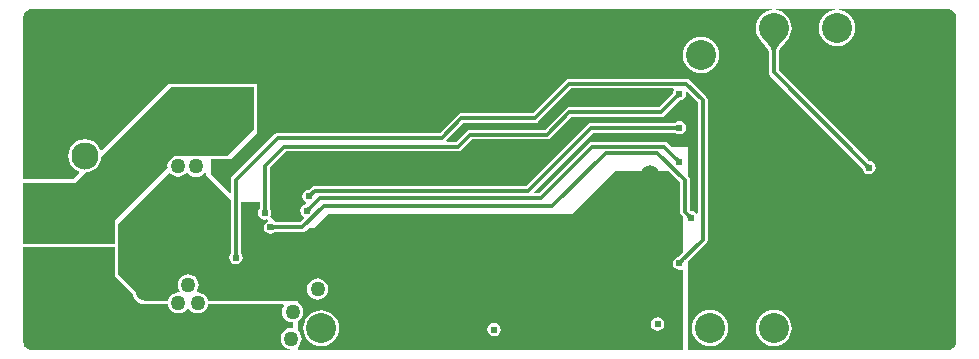
<source format=gbl>
G04*
G04 #@! TF.GenerationSoftware,Altium Limited,Altium Designer,19.1.9 (167)*
G04*
G04 Layer_Physical_Order=4*
G04 Layer_Color=16711680*
%FSAX25Y25*%
%MOIN*%
G70*
G01*
G75*
%ADD45C,0.01200*%
%ADD49C,0.10000*%
%ADD50C,0.09055*%
%ADD51C,0.02400*%
%ADD52C,0.06000*%
%ADD53C,0.05000*%
G36*
X0310864Y0115847D02*
X0311403Y0115624D01*
X0311887Y0115300D01*
X0312300Y0114887D01*
X0312624Y0114402D01*
X0312847Y0113864D01*
X0312961Y0113292D01*
Y0113000D01*
Y0005000D01*
Y0004708D01*
X0312847Y0004136D01*
X0312624Y0003598D01*
X0312300Y0003112D01*
X0311887Y0002700D01*
X0311403Y0002376D01*
X0310864Y0002153D01*
X0310292Y0002039D01*
X0223500D01*
Y0031592D01*
X0229654Y0037746D01*
X0230007Y0038275D01*
X0230131Y0038899D01*
Y0085500D01*
X0230007Y0086124D01*
X0229654Y0086654D01*
X0224153Y0092154D01*
X0223624Y0092507D01*
X0223000Y0092631D01*
X0184000D01*
X0183376Y0092507D01*
X0182846Y0092154D01*
X0171824Y0081131D01*
X0148000D01*
X0147376Y0081007D01*
X0146846Y0080654D01*
X0140824Y0074631D01*
X0087000D01*
X0086376Y0074507D01*
X0085847Y0074154D01*
X0071746Y0060053D01*
X0071393Y0059524D01*
X0071269Y0058900D01*
Y0054815D01*
X0070807Y0054624D01*
X0064500Y0060931D01*
Y0066000D01*
X0071500D01*
X0080000Y0074500D01*
Y0091000D01*
X0050500D01*
X0028190Y0068690D01*
X0027700Y0068788D01*
X0027328Y0069685D01*
X0026442Y0070840D01*
X0025288Y0071726D01*
X0023943Y0072283D01*
X0022500Y0072473D01*
X0021057Y0072283D01*
X0019712Y0071726D01*
X0018558Y0070840D01*
X0017672Y0069685D01*
X0017115Y0068341D01*
X0016925Y0066898D01*
X0017115Y0065455D01*
X0017672Y0064110D01*
X0018558Y0062955D01*
X0019712Y0062069D01*
X0020610Y0061698D01*
X0020707Y0061207D01*
X0018750Y0059250D01*
X0002039D01*
Y0113000D01*
Y0113292D01*
X0002153Y0113864D01*
X0002376Y0114402D01*
X0002700Y0114887D01*
X0003113Y0115300D01*
X0003598Y0115624D01*
X0004136Y0115847D01*
X0004708Y0115961D01*
X0251450D01*
X0251475Y0115461D01*
X0250991Y0115413D01*
X0249859Y0115070D01*
X0248817Y0114513D01*
X0247903Y0113763D01*
X0247154Y0112849D01*
X0246597Y0111807D01*
X0246253Y0110676D01*
X0246138Y0109500D01*
X0246253Y0108324D01*
X0246597Y0107193D01*
X0247154Y0106150D01*
X0247903Y0105237D01*
X0247978Y0105175D01*
X0248476Y0104674D01*
X0249365Y0103683D01*
X0249705Y0103252D01*
X0249989Y0102849D01*
X0250212Y0102486D01*
X0250373Y0102167D01*
X0250477Y0101900D01*
X0250529Y0101689D01*
X0250535Y0101621D01*
Y0094696D01*
X0250659Y0094071D01*
X0251013Y0093542D01*
X0281617Y0062938D01*
X0281623Y0062931D01*
X0281637Y0062912D01*
X0281790Y0062142D01*
X0282276Y0061414D01*
X0283004Y0060928D01*
X0283862Y0060757D01*
X0284721Y0060928D01*
X0285448Y0061414D01*
X0285934Y0062142D01*
X0286105Y0063000D01*
X0285934Y0063858D01*
X0285448Y0064586D01*
X0284721Y0065072D01*
X0283951Y0065225D01*
X0283942Y0065232D01*
X0283913Y0065256D01*
X0253798Y0095371D01*
Y0101621D01*
X0253804Y0101689D01*
X0253856Y0101900D01*
X0253960Y0102167D01*
X0254122Y0102486D01*
X0254344Y0102849D01*
X0254615Y0103234D01*
X0255864Y0104681D01*
X0256355Y0105175D01*
X0256430Y0105237D01*
X0257180Y0106150D01*
X0257737Y0107193D01*
X0258080Y0108324D01*
X0258196Y0109500D01*
X0258080Y0110676D01*
X0257737Y0111807D01*
X0257180Y0112849D01*
X0256430Y0113763D01*
X0255516Y0114513D01*
X0254474Y0115070D01*
X0253343Y0115413D01*
X0252859Y0115461D01*
X0252883Y0115961D01*
X0272617D01*
X0272641Y0115461D01*
X0272157Y0115413D01*
X0271026Y0115070D01*
X0269984Y0114513D01*
X0269070Y0113763D01*
X0268320Y0112849D01*
X0267763Y0111807D01*
X0267420Y0110676D01*
X0267304Y0109500D01*
X0267420Y0108324D01*
X0267763Y0107193D01*
X0268320Y0106150D01*
X0269070Y0105237D01*
X0269984Y0104487D01*
X0271026Y0103930D01*
X0272157Y0103587D01*
X0273333Y0103471D01*
X0274510Y0103587D01*
X0275641Y0103930D01*
X0276683Y0104487D01*
X0277596Y0105237D01*
X0278346Y0106150D01*
X0278903Y0107193D01*
X0279246Y0108324D01*
X0279362Y0109500D01*
X0279246Y0110676D01*
X0278903Y0111807D01*
X0278346Y0112849D01*
X0277596Y0113763D01*
X0276683Y0114513D01*
X0275641Y0115070D01*
X0274510Y0115413D01*
X0274025Y0115461D01*
X0274050Y0115961D01*
X0310292D01*
X0310864Y0115847D01*
D02*
G37*
G36*
X0255116Y0105374D02*
X0253811Y0103862D01*
X0253492Y0103410D01*
X0253231Y0102983D01*
X0253028Y0102583D01*
X0252883Y0102208D01*
X0252796Y0101859D01*
X0252767Y0101536D01*
X0251567D01*
X0251538Y0101859D01*
X0251451Y0102208D01*
X0251306Y0102583D01*
X0251103Y0102983D01*
X0250842Y0103410D01*
X0250523Y0103862D01*
X0250146Y0104340D01*
X0249218Y0105374D01*
X0248667Y0105929D01*
X0255667D01*
X0255116Y0105374D01*
D02*
G37*
G36*
X0220689Y0086400D02*
X0220620Y0086396D01*
X0220549Y0086382D01*
X0220475Y0086359D01*
X0220398Y0086327D01*
X0220319Y0086285D01*
X0220237Y0086233D01*
X0220152Y0086172D01*
X0220064Y0086101D01*
X0219881Y0085932D01*
X0219033Y0086780D01*
X0219122Y0086873D01*
X0219273Y0087051D01*
X0219334Y0087136D01*
X0219386Y0087218D01*
X0219427Y0087297D01*
X0219460Y0087374D01*
X0219483Y0087448D01*
X0219497Y0087519D01*
X0219501Y0087588D01*
X0220689Y0086400D01*
D02*
G37*
G36*
X0219844Y0075460D02*
X0219793Y0075506D01*
X0219732Y0075546D01*
X0219664Y0075582D01*
X0219586Y0075614D01*
X0219501Y0075640D01*
X0219406Y0075662D01*
X0219303Y0075678D01*
X0219191Y0075690D01*
X0218942Y0075700D01*
Y0076900D01*
X0219071Y0076902D01*
X0219303Y0076922D01*
X0219406Y0076938D01*
X0219501Y0076960D01*
X0219586Y0076986D01*
X0219664Y0077018D01*
X0219732Y0077054D01*
X0219793Y0077094D01*
X0219844Y0077140D01*
Y0075460D01*
D02*
G37*
G36*
X0226869Y0084824D02*
Y0047765D01*
X0226369Y0047613D01*
X0226186Y0047886D01*
X0225458Y0048372D01*
X0224688Y0048526D01*
X0224679Y0048532D01*
X0224651Y0048556D01*
X0224231Y0048976D01*
Y0058800D01*
X0224107Y0059424D01*
X0223753Y0059953D01*
X0223500Y0060207D01*
Y0070000D01*
X0218008D01*
X0216854Y0071153D01*
X0216325Y0071507D01*
X0215701Y0071631D01*
X0191700D01*
X0191076Y0071507D01*
X0190547Y0071153D01*
X0173824Y0054431D01*
X0172392D01*
X0172200Y0054893D01*
X0191976Y0074669D01*
X0219157D01*
X0219166Y0074668D01*
X0219190Y0074664D01*
X0219842Y0074228D01*
X0220701Y0074057D01*
X0221559Y0074228D01*
X0222287Y0074714D01*
X0222773Y0075442D01*
X0222944Y0076300D01*
X0222773Y0077158D01*
X0222287Y0077886D01*
X0221559Y0078372D01*
X0220701Y0078543D01*
X0219842Y0078372D01*
X0219190Y0077936D01*
X0219179Y0077934D01*
X0219142Y0077931D01*
X0191300D01*
X0190676Y0077807D01*
X0190147Y0077454D01*
X0169524Y0056831D01*
X0099109D01*
X0098484Y0056707D01*
X0097955Y0056353D01*
X0097247Y0055645D01*
X0097239Y0055639D01*
X0097220Y0055625D01*
X0096450Y0055472D01*
X0095723Y0054986D01*
X0095236Y0054258D01*
X0095065Y0053400D01*
X0095236Y0052542D01*
X0095723Y0051814D01*
X0096176Y0051511D01*
X0096280Y0050914D01*
X0096124Y0050696D01*
X0095742Y0050619D01*
X0095014Y0050133D01*
X0094528Y0049406D01*
X0094357Y0048547D01*
X0094528Y0047689D01*
X0095014Y0046961D01*
X0095513Y0046627D01*
X0095621Y0046028D01*
X0094324Y0044731D01*
X0086269D01*
X0084326Y0046674D01*
X0084572Y0047042D01*
X0084743Y0047900D01*
X0084572Y0048758D01*
X0084215Y0049293D01*
Y0053000D01*
X0084131D01*
Y0062824D01*
X0089676Y0068369D01*
X0147000D01*
X0147624Y0068493D01*
X0148153Y0068846D01*
X0151676Y0072369D01*
X0176500D01*
X0177124Y0072493D01*
X0177654Y0072847D01*
X0184676Y0079869D01*
X0214601D01*
X0215225Y0079993D01*
X0215754Y0080347D01*
X0220762Y0085355D01*
X0220770Y0085361D01*
X0220789Y0085374D01*
X0221559Y0085528D01*
X0222287Y0086014D01*
X0222773Y0086742D01*
X0222944Y0087600D01*
X0222834Y0088152D01*
X0223295Y0088398D01*
X0226869Y0084824D01*
D02*
G37*
G36*
X0218903Y0088869D02*
X0218628Y0088458D01*
X0218475Y0087688D01*
X0218469Y0087679D01*
X0218445Y0087651D01*
X0213925Y0083131D01*
X0184000D01*
X0183376Y0083007D01*
X0182846Y0082653D01*
X0175824Y0075631D01*
X0151000D01*
X0150376Y0075507D01*
X0149846Y0075153D01*
X0146324Y0071631D01*
X0143146D01*
X0142938Y0072131D01*
X0148676Y0077869D01*
X0172500D01*
X0173124Y0077993D01*
X0173653Y0078347D01*
X0184676Y0089369D01*
X0218635D01*
X0218903Y0088869D01*
D02*
G37*
G36*
X0078980Y0075980D02*
X0070020Y0067020D01*
X0064500D01*
X0064402Y0067000D01*
X0054000D01*
X0053980Y0066980D01*
X0053600Y0067030D01*
X0052686Y0066910D01*
X0051835Y0066557D01*
X0051104Y0065996D01*
X0050543Y0065265D01*
X0050190Y0064414D01*
X0050070Y0063500D01*
X0050120Y0063120D01*
X0032500Y0045500D01*
Y0037520D01*
X0002039Y0037520D01*
Y0058000D01*
X0019500Y0058000D01*
X0022871Y0061371D01*
X0023943Y0061512D01*
X0025288Y0062069D01*
X0026442Y0062955D01*
X0027328Y0064110D01*
X0027885Y0065455D01*
X0028026Y0066526D01*
X0051480Y0089980D01*
X0078980D01*
Y0075980D01*
D02*
G37*
G36*
X0219974Y0066579D02*
X0220152Y0066428D01*
X0220237Y0066367D01*
X0220319Y0066315D01*
X0220398Y0066273D01*
X0220475Y0066241D01*
X0220549Y0066218D01*
X0220620Y0066204D01*
X0220689Y0066200D01*
X0219501Y0065012D01*
X0219497Y0065081D01*
X0219483Y0065152D01*
X0219460Y0065226D01*
X0219427Y0065302D01*
X0219386Y0065382D01*
X0219334Y0065464D01*
X0219273Y0065549D01*
X0219202Y0065636D01*
X0219033Y0065820D01*
X0219881Y0066668D01*
X0219974Y0066579D01*
D02*
G37*
G36*
X0283136Y0064579D02*
X0283313Y0064428D01*
X0283398Y0064367D01*
X0283480Y0064315D01*
X0283560Y0064273D01*
X0283636Y0064241D01*
X0283710Y0064218D01*
X0283782Y0064204D01*
X0283850Y0064200D01*
X0282662Y0063012D01*
X0282658Y0063081D01*
X0282645Y0063152D01*
X0282622Y0063226D01*
X0282589Y0063302D01*
X0282547Y0063382D01*
X0282495Y0063464D01*
X0282434Y0063549D01*
X0282364Y0063636D01*
X0282194Y0063820D01*
X0283043Y0064668D01*
X0283136Y0064579D01*
D02*
G37*
G36*
X0098977Y0054220D02*
X0098887Y0054127D01*
X0098737Y0053949D01*
X0098676Y0053864D01*
X0098624Y0053782D01*
X0098582Y0053702D01*
X0098549Y0053626D01*
X0098526Y0053552D01*
X0098513Y0053481D01*
X0098509Y0053412D01*
X0097321Y0054600D01*
X0097389Y0054604D01*
X0097461Y0054618D01*
X0097534Y0054641D01*
X0097611Y0054673D01*
X0097691Y0054715D01*
X0097773Y0054767D01*
X0097857Y0054828D01*
X0097945Y0054899D01*
X0098128Y0055068D01*
X0098977Y0054220D01*
D02*
G37*
G36*
X0098268Y0049367D02*
X0098179Y0049274D01*
X0098028Y0049096D01*
X0097967Y0049011D01*
X0097915Y0048929D01*
X0097873Y0048850D01*
X0097841Y0048773D01*
X0097818Y0048699D01*
X0097804Y0048628D01*
X0097800Y0048559D01*
X0096612Y0049747D01*
X0096681Y0049751D01*
X0096752Y0049765D01*
X0096826Y0049788D01*
X0096903Y0049820D01*
X0096982Y0049862D01*
X0097064Y0049914D01*
X0097149Y0049975D01*
X0097237Y0050046D01*
X0097420Y0050215D01*
X0098268Y0049367D01*
D02*
G37*
G36*
X0220969Y0058124D02*
Y0048300D01*
X0221093Y0047676D01*
X0221446Y0047146D01*
X0222000Y0046593D01*
Y0034706D01*
X0220639Y0033345D01*
X0220632Y0033339D01*
X0220612Y0033325D01*
X0219842Y0033172D01*
X0219115Y0032686D01*
X0218628Y0031958D01*
X0218458Y0031100D01*
X0218628Y0030242D01*
X0219115Y0029514D01*
X0219842Y0029028D01*
X0220701Y0028857D01*
X0221500Y0029016D01*
X0221671Y0028968D01*
X0222000Y0028792D01*
Y0002039D01*
X0093500D01*
Y0003277D01*
X0093796Y0003504D01*
X0094357Y0004235D01*
X0094710Y0005086D01*
X0094830Y0006000D01*
X0094710Y0006914D01*
X0094357Y0007765D01*
X0093796Y0008496D01*
X0093500Y0008724D01*
Y0011816D01*
X0093565Y0011843D01*
X0094296Y0012404D01*
X0094857Y0013135D01*
X0095210Y0013986D01*
X0095330Y0014900D01*
X0095210Y0015814D01*
X0094857Y0016665D01*
X0094296Y0017396D01*
X0093565Y0017957D01*
X0093500Y0017984D01*
Y0018500D01*
X0088852D01*
X0088753Y0018520D01*
X0066500Y0018520D01*
X0063578D01*
X0063546Y0018542D01*
X0063510Y0018814D01*
X0063157Y0019665D01*
X0062596Y0020396D01*
X0061865Y0020957D01*
X0061014Y0021310D01*
X0060142Y0021425D01*
X0060043Y0021554D01*
X0059881Y0021906D01*
X0060057Y0022135D01*
X0060410Y0022986D01*
X0060530Y0023900D01*
X0060410Y0024814D01*
X0060057Y0025665D01*
X0059496Y0026396D01*
X0058765Y0026957D01*
X0057914Y0027310D01*
X0057000Y0027430D01*
X0056086Y0027310D01*
X0055235Y0026957D01*
X0054504Y0026396D01*
X0053943Y0025665D01*
X0053590Y0024814D01*
X0053470Y0023900D01*
X0053590Y0022986D01*
X0053943Y0022135D01*
X0054141Y0021876D01*
X0053870Y0021408D01*
X0053700Y0021430D01*
X0052786Y0021310D01*
X0051935Y0020957D01*
X0051204Y0020396D01*
X0050643Y0019665D01*
X0050290Y0018814D01*
X0050254Y0018542D01*
X0050222Y0018520D01*
X0043522D01*
X0043456Y0018507D01*
X0043389Y0018511D01*
X0043306Y0018500D01*
X0042500D01*
X0033520Y0027480D01*
Y0036500D01*
X0033500Y0036599D01*
Y0037421D01*
X0033520Y0037520D01*
Y0044020D01*
X0050575Y0061075D01*
X0051074Y0061042D01*
X0051104Y0061004D01*
X0051835Y0060443D01*
X0052686Y0060090D01*
X0053600Y0059970D01*
X0054514Y0060090D01*
X0055365Y0060443D01*
X0056096Y0061004D01*
X0056312Y0061285D01*
X0056812D01*
X0057104Y0060904D01*
X0057835Y0060343D01*
X0058686Y0059990D01*
X0059600Y0059870D01*
X0060514Y0059990D01*
X0061365Y0060343D01*
X0062096Y0060904D01*
X0062500Y0061430D01*
X0063000Y0061260D01*
Y0060500D01*
X0071269Y0052231D01*
Y0034544D01*
X0071268Y0034534D01*
X0071264Y0034511D01*
X0070828Y0033858D01*
X0070657Y0033000D01*
X0070828Y0032142D01*
X0071314Y0031414D01*
X0072042Y0030928D01*
X0072900Y0030757D01*
X0073758Y0030928D01*
X0074486Y0031414D01*
X0074972Y0032142D01*
X0075143Y0033000D01*
X0074972Y0033858D01*
X0074536Y0034511D01*
X0074534Y0034522D01*
X0074531Y0034559D01*
Y0051500D01*
X0080869D01*
Y0049418D01*
X0080428Y0048758D01*
X0080257Y0047900D01*
X0080428Y0047042D01*
X0080914Y0046314D01*
X0081642Y0045828D01*
X0082500Y0045657D01*
X0083358Y0045828D01*
X0083541Y0045682D01*
X0083541Y0045488D01*
X0083452Y0045113D01*
X0082814Y0044686D01*
X0082328Y0043958D01*
X0082157Y0043100D01*
X0082328Y0042242D01*
X0082814Y0041514D01*
X0083542Y0041028D01*
X0084400Y0040857D01*
X0085258Y0041028D01*
X0085911Y0041464D01*
X0085922Y0041466D01*
X0085959Y0041469D01*
X0095000D01*
X0095624Y0041593D01*
X0096153Y0041947D01*
X0097207Y0043000D01*
X0099000D01*
X0103500Y0047500D01*
X0185000Y0047500D01*
X0199500Y0062000D01*
X0217093Y0062000D01*
X0220969Y0058124D01*
D02*
G37*
G36*
X0223873Y0047879D02*
X0224051Y0047728D01*
X0224136Y0047667D01*
X0224218Y0047615D01*
X0224297Y0047573D01*
X0224374Y0047541D01*
X0224448Y0047518D01*
X0224519Y0047504D01*
X0224588Y0047500D01*
X0223400Y0046312D01*
X0223396Y0046381D01*
X0223382Y0046452D01*
X0223359Y0046526D01*
X0223327Y0046602D01*
X0223285Y0046682D01*
X0223233Y0046764D01*
X0223172Y0046849D01*
X0223101Y0046937D01*
X0222932Y0047120D01*
X0223780Y0047968D01*
X0223873Y0047879D01*
D02*
G37*
G36*
X0085308Y0043894D02*
X0085368Y0043854D01*
X0085437Y0043818D01*
X0085514Y0043786D01*
X0085600Y0043760D01*
X0085695Y0043738D01*
X0085798Y0043722D01*
X0085910Y0043710D01*
X0086159Y0043700D01*
Y0042500D01*
X0086030Y0042498D01*
X0085798Y0042478D01*
X0085695Y0042462D01*
X0085600Y0042440D01*
X0085514Y0042414D01*
X0085437Y0042382D01*
X0085368Y0042346D01*
X0085308Y0042306D01*
X0085257Y0042260D01*
Y0043940D01*
X0085308Y0043894D01*
D02*
G37*
G36*
X0073502Y0034630D02*
X0073522Y0034398D01*
X0073538Y0034295D01*
X0073560Y0034200D01*
X0073586Y0034114D01*
X0073618Y0034037D01*
X0073654Y0033968D01*
X0073694Y0033908D01*
X0073740Y0033857D01*
X0072060D01*
X0072106Y0033908D01*
X0072146Y0033968D01*
X0072182Y0034037D01*
X0072214Y0034114D01*
X0072240Y0034200D01*
X0072262Y0034295D01*
X0072278Y0034398D01*
X0072290Y0034510D01*
X0072300Y0034759D01*
X0073500D01*
X0073502Y0034630D01*
D02*
G37*
G36*
X0222369Y0031920D02*
X0222279Y0031827D01*
X0222129Y0031649D01*
X0222068Y0031564D01*
X0222016Y0031482D01*
X0221974Y0031403D01*
X0221941Y0031326D01*
X0221918Y0031252D01*
X0221905Y0031181D01*
X0221901Y0031112D01*
X0220713Y0032300D01*
X0220781Y0032304D01*
X0220853Y0032318D01*
X0220927Y0032341D01*
X0221003Y0032373D01*
X0221083Y0032415D01*
X0221165Y0032467D01*
X0221250Y0032528D01*
X0221337Y0032599D01*
X0221520Y0032768D01*
X0222369Y0031920D01*
D02*
G37*
G36*
X0032500Y0027000D02*
X0038521Y0020979D01*
X0038603Y0020356D01*
X0039006Y0019383D01*
X0039647Y0018547D01*
X0040483Y0017906D01*
X0041456Y0017503D01*
X0042500Y0017366D01*
X0043522Y0017500D01*
X0050222D01*
X0050290Y0016986D01*
X0050643Y0016135D01*
X0051204Y0015404D01*
X0051935Y0014843D01*
X0052786Y0014490D01*
X0053700Y0014370D01*
X0054614Y0014490D01*
X0055465Y0014843D01*
X0056196Y0015404D01*
X0056598Y0015927D01*
X0056644Y0015949D01*
X0057156D01*
X0057202Y0015927D01*
X0057604Y0015404D01*
X0058335Y0014843D01*
X0059186Y0014490D01*
X0060100Y0014370D01*
X0061014Y0014490D01*
X0061865Y0014843D01*
X0062596Y0015404D01*
X0063157Y0016135D01*
X0063510Y0016986D01*
X0063578Y0017500D01*
X0066500D01*
X0088753Y0017500D01*
X0089000Y0017000D01*
X0088743Y0016665D01*
X0088390Y0015814D01*
X0088270Y0014900D01*
X0088390Y0013986D01*
X0088743Y0013135D01*
X0089304Y0012404D01*
X0090035Y0011843D01*
X0090886Y0011490D01*
X0091800Y0011370D01*
X0092000Y0011194D01*
X0092000Y0009817D01*
X0091624Y0009488D01*
X0091300Y0009530D01*
X0090386Y0009410D01*
X0089535Y0009057D01*
X0088804Y0008496D01*
X0088243Y0007765D01*
X0087890Y0006914D01*
X0087770Y0006000D01*
X0087890Y0005086D01*
X0088243Y0004235D01*
X0088804Y0003504D01*
X0089535Y0002943D01*
X0090386Y0002590D01*
X0090773Y0002539D01*
X0090741Y0002039D01*
X0004708D01*
X0004136Y0002153D01*
X0003598Y0002376D01*
X0003112Y0002700D01*
X0002700Y0003113D01*
X0002376Y0003598D01*
X0002153Y0004136D01*
X0002039Y0004708D01*
Y0005000D01*
Y0036500D01*
X0032500Y0036500D01*
Y0027000D01*
D02*
G37*
%LPC*%
G36*
X0228000Y0106529D02*
X0226824Y0106413D01*
X0225693Y0106070D01*
X0224651Y0105513D01*
X0223737Y0104763D01*
X0222987Y0103849D01*
X0222430Y0102807D01*
X0222087Y0101676D01*
X0221971Y0100500D01*
X0222087Y0099324D01*
X0222430Y0098193D01*
X0222987Y0097150D01*
X0223737Y0096237D01*
X0224651Y0095487D01*
X0225693Y0094930D01*
X0226824Y0094587D01*
X0228000Y0094471D01*
X0229176Y0094587D01*
X0230307Y0094930D01*
X0231349Y0095487D01*
X0232263Y0096237D01*
X0233013Y0097150D01*
X0233570Y0098193D01*
X0233913Y0099324D01*
X0234029Y0100500D01*
X0233913Y0101676D01*
X0233570Y0102807D01*
X0233013Y0103849D01*
X0232263Y0104763D01*
X0231349Y0105513D01*
X0230307Y0106070D01*
X0229176Y0106413D01*
X0228000Y0106529D01*
D02*
G37*
G36*
X0252167Y0015529D02*
X0250991Y0015413D01*
X0249859Y0015070D01*
X0248817Y0014513D01*
X0247903Y0013763D01*
X0247154Y0012849D01*
X0246597Y0011807D01*
X0246253Y0010676D01*
X0246138Y0009500D01*
X0246253Y0008324D01*
X0246597Y0007193D01*
X0247154Y0006151D01*
X0247903Y0005237D01*
X0248817Y0004487D01*
X0249859Y0003930D01*
X0250991Y0003587D01*
X0252167Y0003471D01*
X0253343Y0003587D01*
X0254474Y0003930D01*
X0255516Y0004487D01*
X0256430Y0005237D01*
X0257180Y0006151D01*
X0257737Y0007193D01*
X0258080Y0008324D01*
X0258196Y0009500D01*
X0258080Y0010676D01*
X0257737Y0011807D01*
X0257180Y0012849D01*
X0256430Y0013763D01*
X0255516Y0014513D01*
X0254474Y0015070D01*
X0253343Y0015413D01*
X0252167Y0015529D01*
D02*
G37*
G36*
X0231000D02*
X0229824Y0015413D01*
X0228693Y0015070D01*
X0227650Y0014513D01*
X0226737Y0013763D01*
X0225987Y0012849D01*
X0225430Y0011807D01*
X0225087Y0010676D01*
X0224971Y0009500D01*
X0225087Y0008324D01*
X0225430Y0007193D01*
X0225987Y0006151D01*
X0226737Y0005237D01*
X0227650Y0004487D01*
X0228693Y0003930D01*
X0229824Y0003587D01*
X0231000Y0003471D01*
X0232176Y0003587D01*
X0233307Y0003930D01*
X0234349Y0004487D01*
X0235263Y0005237D01*
X0236013Y0006151D01*
X0236570Y0007193D01*
X0236913Y0008324D01*
X0237029Y0009500D01*
X0236913Y0010676D01*
X0236570Y0011807D01*
X0236013Y0012849D01*
X0235263Y0013763D01*
X0234349Y0014513D01*
X0233307Y0015070D01*
X0232176Y0015413D01*
X0231000Y0015529D01*
D02*
G37*
G36*
X0100100Y0026030D02*
X0099186Y0025910D01*
X0098335Y0025557D01*
X0097604Y0024996D01*
X0097043Y0024265D01*
X0096690Y0023414D01*
X0096570Y0022500D01*
X0096690Y0021586D01*
X0097043Y0020735D01*
X0097604Y0020004D01*
X0098335Y0019443D01*
X0099186Y0019090D01*
X0100100Y0018970D01*
X0101014Y0019090D01*
X0101865Y0019443D01*
X0102596Y0020004D01*
X0103157Y0020735D01*
X0103510Y0021586D01*
X0103630Y0022500D01*
X0103510Y0023414D01*
X0103157Y0024265D01*
X0102596Y0024996D01*
X0101865Y0025557D01*
X0101014Y0025910D01*
X0100100Y0026030D01*
D02*
G37*
G36*
X0213500Y0013093D02*
X0212642Y0012923D01*
X0211914Y0012437D01*
X0211428Y0011709D01*
X0211257Y0010850D01*
X0211428Y0009992D01*
X0211914Y0009264D01*
X0212642Y0008778D01*
X0213500Y0008607D01*
X0214358Y0008778D01*
X0215086Y0009264D01*
X0215572Y0009992D01*
X0215743Y0010850D01*
X0215572Y0011709D01*
X0215086Y0012437D01*
X0214358Y0012923D01*
X0213500Y0013093D01*
D02*
G37*
G36*
X0159000Y0011243D02*
X0158142Y0011072D01*
X0157414Y0010586D01*
X0156928Y0009858D01*
X0156757Y0009000D01*
X0156928Y0008142D01*
X0157414Y0007414D01*
X0158142Y0006928D01*
X0159000Y0006757D01*
X0159858Y0006928D01*
X0160586Y0007414D01*
X0161072Y0008142D01*
X0161243Y0009000D01*
X0161072Y0009858D01*
X0160586Y0010586D01*
X0159858Y0011072D01*
X0159000Y0011243D01*
D02*
G37*
G36*
X0101400Y0015429D02*
X0100224Y0015313D01*
X0099093Y0014970D01*
X0098050Y0014413D01*
X0097137Y0013663D01*
X0096387Y0012750D01*
X0095830Y0011707D01*
X0095487Y0010576D01*
X0095371Y0009400D01*
X0095487Y0008224D01*
X0095830Y0007093D01*
X0096387Y0006050D01*
X0097137Y0005137D01*
X0098050Y0004387D01*
X0099093Y0003830D01*
X0100224Y0003487D01*
X0101400Y0003371D01*
X0102576Y0003487D01*
X0103707Y0003830D01*
X0104750Y0004387D01*
X0105663Y0005137D01*
X0106413Y0006050D01*
X0106970Y0007093D01*
X0107313Y0008224D01*
X0107429Y0009400D01*
X0107313Y0010576D01*
X0106970Y0011707D01*
X0106413Y0012750D01*
X0105663Y0013663D01*
X0104750Y0014413D01*
X0103707Y0014970D01*
X0102576Y0015313D01*
X0101400Y0015429D01*
D02*
G37*
%LPD*%
D45*
X0082500Y0063500D02*
X0089000Y0070000D01*
X0082500Y0047900D02*
Y0063500D01*
X0072900Y0033000D02*
Y0058900D01*
X0087000Y0073000D01*
X0084400Y0043100D02*
X0095000D01*
X0102200Y0050300D01*
X0178400D01*
X0196100Y0068000D01*
X0174500Y0052800D02*
X0191700Y0070000D01*
X0100853Y0052800D02*
X0174500D01*
X0096600Y0048547D02*
X0100853Y0052800D01*
X0191700Y0070000D02*
X0215701D01*
X0213400Y0068000D02*
X0222600Y0058800D01*
X0196100Y0068000D02*
X0213400D01*
X0222600Y0048300D02*
Y0058800D01*
Y0048300D02*
X0224600Y0046300D01*
X0099109Y0055200D02*
X0170200D01*
X0097309Y0053400D02*
X0099109Y0055200D01*
X0170200D02*
X0191300Y0076300D01*
X0141500Y0073000D02*
X0148000Y0079500D01*
X0087000Y0073000D02*
X0141500D01*
X0223000Y0091000D02*
X0228500Y0085500D01*
X0220701Y0031100D02*
X0228500Y0038899D01*
Y0085500D01*
X0148000Y0079500D02*
X0172500D01*
X0184000Y0091000D01*
X0223000D01*
X0147000Y0070000D02*
X0151000Y0074000D01*
X0089000Y0070000D02*
X0147000D01*
X0191300Y0076300D02*
X0220701D01*
X0215701Y0070000D02*
X0220701Y0065000D01*
X0151000Y0074000D02*
X0176500D01*
X0184000Y0081500D01*
X0214601D01*
X0252167Y0094696D02*
Y0109500D01*
Y0094696D02*
X0283862Y0063000D01*
X0214601Y0081500D02*
X0220701Y0087600D01*
D49*
X0294500Y0109500D02*
D03*
X0273333Y0009500D02*
D03*
X0252167D02*
D03*
X0231000D02*
D03*
X0101400Y0009400D02*
D03*
X0059500Y0075000D02*
D03*
X0073000Y0009500D02*
D03*
X0252167Y0109500D02*
D03*
X0273333D02*
D03*
X0228000Y0100500D02*
D03*
X0126500Y0009500D02*
D03*
D50*
X0022500Y0086583D02*
D03*
Y0066898D02*
D03*
Y0027528D02*
D03*
Y0047213D02*
D03*
D51*
X0082500Y0047900D02*
D03*
X0072900Y0033000D02*
D03*
X0084400Y0043100D02*
D03*
X0224600Y0046300D02*
D03*
X0096600Y0048547D02*
D03*
X0097309Y0053400D02*
D03*
X0311250Y0105000D02*
D03*
X0307500Y0097500D02*
D03*
X0311250Y0090000D02*
D03*
X0307500Y0082500D02*
D03*
X0311250Y0075000D02*
D03*
X0307500Y0067500D02*
D03*
X0311250Y0060000D02*
D03*
X0307500Y0052500D02*
D03*
X0311250Y0045000D02*
D03*
X0307500Y0037500D02*
D03*
X0311250Y0030000D02*
D03*
Y0015000D02*
D03*
X0307500Y0007500D02*
D03*
X0303750Y0105000D02*
D03*
Y0090000D02*
D03*
Y0075000D02*
D03*
X0300000Y0067500D02*
D03*
X0303750Y0060000D02*
D03*
X0300000Y0052500D02*
D03*
X0303750Y0045000D02*
D03*
Y0030000D02*
D03*
Y0015000D02*
D03*
X0300000Y0007500D02*
D03*
X0296250Y0075000D02*
D03*
X0292500Y0067500D02*
D03*
X0296250Y0060000D02*
D03*
X0292500Y0052500D02*
D03*
X0296250Y0045000D02*
D03*
X0292500Y0022500D02*
D03*
X0296250Y0015000D02*
D03*
X0292500Y0007500D02*
D03*
X0288750Y0105000D02*
D03*
X0285000Y0097500D02*
D03*
X0288750Y0075000D02*
D03*
X0285000Y0067500D02*
D03*
X0288750Y0060000D02*
D03*
X0285000Y0052500D02*
D03*
X0288750Y0045000D02*
D03*
X0285000Y0022500D02*
D03*
X0288750Y0015000D02*
D03*
X0285000Y0007500D02*
D03*
X0281250Y0105000D02*
D03*
Y0030000D02*
D03*
Y0015000D02*
D03*
X0273750Y0030000D02*
D03*
X0266250Y0105000D02*
D03*
X0262500Y0097500D02*
D03*
X0266250Y0075000D02*
D03*
Y0030000D02*
D03*
Y0015000D02*
D03*
X0262500Y0007500D02*
D03*
X0258750Y0105000D02*
D03*
X0255000Y0067500D02*
D03*
X0258750Y0030000D02*
D03*
X0247500Y0097500D02*
D03*
Y0067500D02*
D03*
Y0052500D02*
D03*
X0251250Y0030000D02*
D03*
X0243750Y0105000D02*
D03*
X0240000Y0022500D02*
D03*
X0243750Y0015000D02*
D03*
X0240000Y0007500D02*
D03*
X0236250Y0105000D02*
D03*
X0232500Y0037500D02*
D03*
X0225000Y0022500D02*
D03*
X0204201Y0101300D02*
D03*
X0213500Y0010850D02*
D03*
X0220701Y0065000D02*
D03*
X0204299Y0087800D02*
D03*
X0234000Y0058692D02*
D03*
X0159000Y0009000D02*
D03*
X0299000Y0025000D02*
D03*
X0289000D02*
D03*
X0293996Y0025118D02*
D03*
X0289000Y0037000D02*
D03*
X0299000D02*
D03*
X0293996Y0037118D02*
D03*
X0299000Y0093500D02*
D03*
X0293996Y0093492D02*
D03*
X0289000Y0093500D02*
D03*
Y0081000D02*
D03*
X0299000D02*
D03*
X0293996Y0080992D02*
D03*
X0283862Y0063000D02*
D03*
X0220701Y0076300D02*
D03*
Y0031100D02*
D03*
Y0087600D02*
D03*
X0267000Y0055000D02*
D03*
X0254000Y0055201D02*
D03*
X0073000Y0111250D02*
D03*
Y0108000D02*
D03*
Y0114500D02*
D03*
X0112500Y0095500D02*
D03*
X0105500Y0102500D02*
D03*
X0119500D02*
D03*
Y0112000D02*
D03*
X0105500D02*
D03*
Y0107126D02*
D03*
X0119500D02*
D03*
D52*
X0079000Y0035200D02*
D03*
X0057900Y0044000D02*
D03*
X0045900Y0034200D02*
D03*
X0195000Y0051000D02*
D03*
X0205000D02*
D03*
X0215000D02*
D03*
X0211000Y0061000D02*
D03*
X0078200Y0042500D02*
D03*
X0042500Y0021400D02*
D03*
X0039600Y0040700D02*
D03*
X0051200Y0050200D02*
D03*
D53*
X0100300Y0031900D02*
D03*
X0091300Y0006000D02*
D03*
X0215000Y0040000D02*
D03*
X0210000Y0030000D02*
D03*
X0205000Y0020000D02*
D03*
X0195000D02*
D03*
X0180000Y0030000D02*
D03*
X0185000Y0020000D02*
D03*
X0175000Y0040000D02*
D03*
X0170000Y0030000D02*
D03*
X0175000Y0020000D02*
D03*
X0165000Y0040000D02*
D03*
X0160000Y0030000D02*
D03*
X0165000Y0020000D02*
D03*
X0155000Y0040000D02*
D03*
X0150000Y0030000D02*
D03*
X0155000Y0020000D02*
D03*
X0150000Y0010000D02*
D03*
X0145000Y0040000D02*
D03*
X0140000Y0030000D02*
D03*
X0145000Y0020000D02*
D03*
X0135000Y0040000D02*
D03*
X0130000Y0030000D02*
D03*
X0135000Y0020000D02*
D03*
X0125000Y0040000D02*
D03*
X0120000Y0030000D02*
D03*
X0125000Y0020000D02*
D03*
X0115000Y0040000D02*
D03*
X0110000Y0030000D02*
D03*
X0115000Y0020000D02*
D03*
X0091800Y0014900D02*
D03*
X0100100Y0022500D02*
D03*
X0057000Y0023900D02*
D03*
X0053700Y0017900D02*
D03*
X0060100D02*
D03*
X0101600Y0060600D02*
D03*
X0092100Y0065700D02*
D03*
X0098200D02*
D03*
X0059600Y0063400D02*
D03*
X0053600Y0063500D02*
D03*
X0293996Y0030118D02*
D03*
Y0087992D02*
D03*
M02*

</source>
